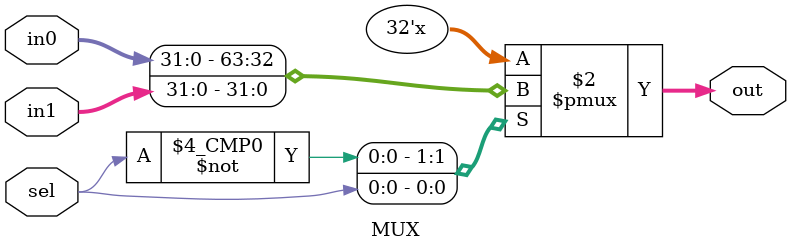
<source format=v>
module MUX (
    input wire [31:0] in0,
    input wire [31:0] in1,
    input wire sel,
    output reg [31:0] out
);
    always @(*) begin
        case (sel)
            1'b0: out = in0;  // Select input 0
            1'b1: out = in1;  // Select input 1
            default: out = 32'b0; // Default case
        endcase
    end
endmodule
</source>
